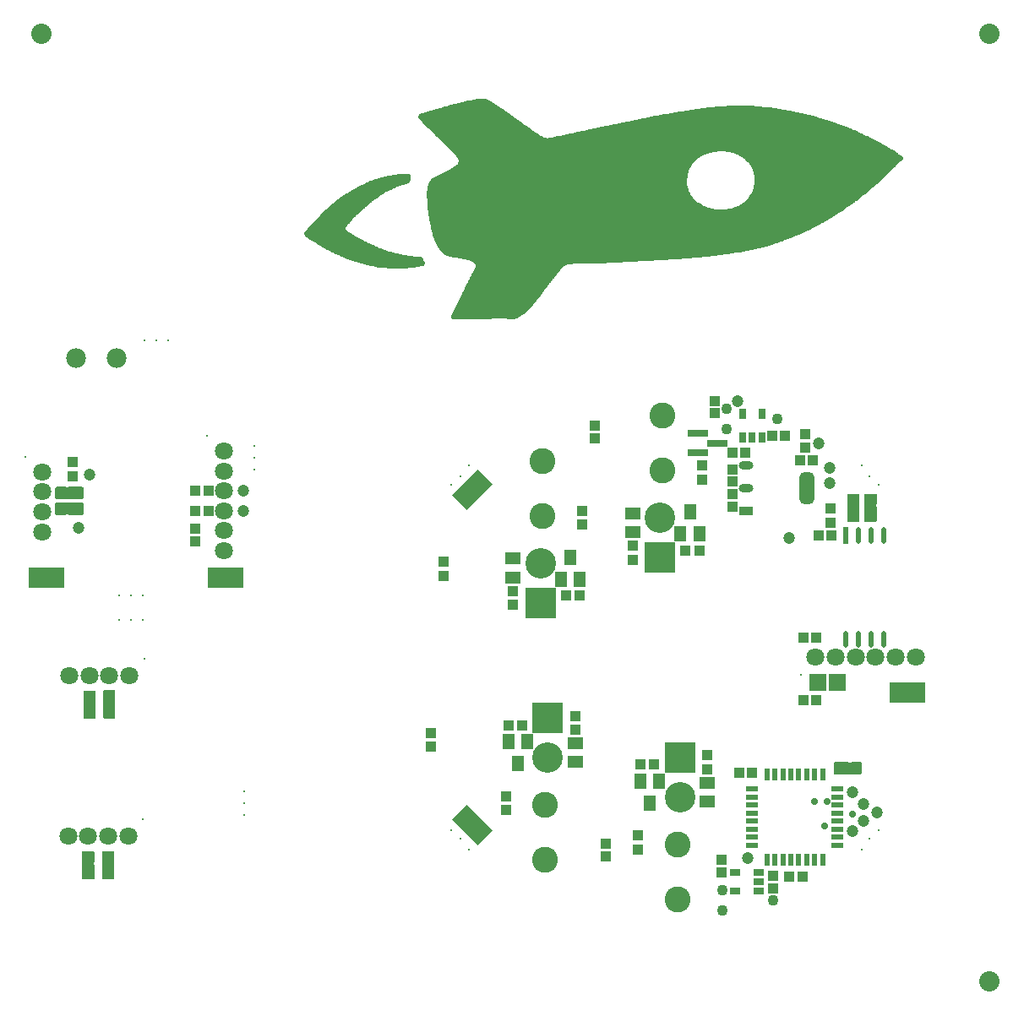
<source format=gbs>
G04*
G04 #@! TF.GenerationSoftware,Altium Limited,Altium Designer,25.8.1 (18)*
G04*
G04 Layer_Color=16711935*
%FSLAX44Y44*%
%MOMM*%
G71*
G04*
G04 #@! TF.SameCoordinates,668C74B0-1D1B-4F50-AB7C-E7AA2C44617E*
G04*
G04*
G04 #@! TF.FilePolarity,Negative*
G04*
G01*
G75*
%ADD29R,0.5421X1.6539*%
G04:AMPARAMS|DCode=31|XSize=1.4542mm|YSize=0.8821mm|CornerRadius=0.4411mm|HoleSize=0mm|Usage=FLASHONLY|Rotation=0.000|XOffset=0mm|YOffset=0mm|HoleType=Round|Shape=RoundedRectangle|*
%AMROUNDEDRECTD31*
21,1,1.4542,0.0000,0,0,0.0*
21,1,0.5720,0.8821,0,0,0.0*
1,1,0.8821,0.2860,0.0000*
1,1,0.8821,-0.2860,0.0000*
1,1,0.8821,-0.2860,0.0000*
1,1,0.8821,0.2860,0.0000*
%
%ADD31ROUNDEDRECTD31*%
G04:AMPARAMS|DCode=35|XSize=1.6539mm|YSize=0.5421mm|CornerRadius=0.2711mm|HoleSize=0mm|Usage=FLASHONLY|Rotation=90.000|XOffset=0mm|YOffset=0mm|HoleType=Round|Shape=RoundedRectangle|*
%AMROUNDEDRECTD35*
21,1,1.6539,0.0000,0,0,90.0*
21,1,1.1118,0.5421,0,0,90.0*
1,1,0.5421,0.0000,0.5559*
1,1,0.5421,0.0000,-0.5559*
1,1,0.5421,0.0000,-0.5559*
1,1,0.5421,0.0000,0.5559*
%
%ADD35ROUNDEDRECTD35*%
G04:AMPARAMS|DCode=38|XSize=1.4542mm|YSize=3.1821mm|CornerRadius=0.4435mm|HoleSize=0mm|Usage=FLASHONLY|Rotation=0.000|XOffset=0mm|YOffset=0mm|HoleType=Round|Shape=RoundedRectangle|*
%AMROUNDEDRECTD38*
21,1,1.4542,2.2951,0,0,0.0*
21,1,0.5671,3.1821,0,0,0.0*
1,1,0.8870,0.2836,-1.1476*
1,1,0.8870,-0.2836,-1.1476*
1,1,0.8870,-0.2836,1.1476*
1,1,0.8870,0.2836,1.1476*
%
%ADD38ROUNDEDRECTD38*%
%ADD43R,1.2000X0.5000*%
%ADD44R,0.5000X1.2000*%
%ADD46R,1.4542X0.8821*%
%ADD49R,2.8000X1.2000*%
%ADD50C,1.2032*%
%ADD52R,1.0032X1.0532*%
%ADD55R,1.1032X1.0032*%
%ADD56R,1.0532X1.0032*%
%ADD57R,1.0032X1.1032*%
G04:AMPARAMS|DCode=62|XSize=3.6532mm|YSize=2.0532mm|CornerRadius=0mm|HoleSize=0mm|Usage=FLASHONLY|Rotation=135.000|XOffset=0mm|YOffset=0mm|HoleType=Round|Shape=Rectangle|*
%AMROTATEDRECTD62*
4,1,4,2.0175,-0.5657,0.5657,-2.0175,-2.0175,0.5657,-0.5657,2.0175,2.0175,-0.5657,0.0*
%
%ADD62ROTATEDRECTD62*%

%ADD63R,0.7032X1.2032*%
%ADD65R,3.6532X2.0532*%
%ADD66R,1.7532X1.8032*%
G04:AMPARAMS|DCode=67|XSize=3.6532mm|YSize=2.0532mm|CornerRadius=0mm|HoleSize=0mm|Usage=FLASHONLY|Rotation=45.000|XOffset=0mm|YOffset=0mm|HoleType=Round|Shape=Rectangle|*
%AMROTATEDRECTD67*
4,1,4,-0.5657,-2.0175,-2.0175,-0.5657,0.5657,2.0175,2.0175,0.5657,-0.5657,-2.0175,0.0*
%
%ADD67ROTATEDRECTD67*%

%ADD68C,2.0320*%
%ADD69R,2.1032X0.8032*%
%ADD70C,1.9812*%
%ADD71R,3.0480X3.0480*%
%ADD72C,3.0480*%
%ADD73C,2.6032*%
%ADD74C,0.2032*%
%ADD75C,1.8032*%
%ADD76C,1.1032*%
%ADD77C,0.7032*%
%ADD109R,1.2000X2.8000*%
%ADD110R,1.1032X0.8032*%
%ADD111R,1.2032X1.6032*%
%ADD112R,1.6032X1.3032*%
%ADD113R,1.2032X0.7032*%
%ADD114R,0.8032X1.1032*%
G36*
X-255867Y484785D02*
X-255584Y484502D01*
X-254830Y483183D01*
X-254642Y481676D01*
X-254830Y480922D01*
X-255019Y480357D01*
X-255207Y478661D01*
X-256149Y476588D01*
X-257186Y475552D01*
X-257563Y475363D01*
X-259258Y474610D01*
X-260201Y474421D01*
X-261896Y473668D01*
X-263027Y473479D01*
X-264723Y472725D01*
X-266042Y472537D01*
X-267738Y471783D01*
X-268868Y471595D01*
X-270564Y470841D01*
X-271318Y470653D01*
X-271883Y470464D01*
X-272825Y469899D01*
X-273767Y469522D01*
X-274709Y468957D01*
X-275463Y468769D01*
X-275840Y468392D01*
X-277347Y467826D01*
X-277818Y467355D01*
X-278855Y467073D01*
X-279231Y466696D01*
X-281870Y465188D01*
X-282246Y465000D01*
X-282623Y464623D01*
X-283565Y464246D01*
X-283942Y463870D01*
X-284319Y463681D01*
X-286392Y462362D01*
X-287334Y461797D01*
X-287899Y461231D01*
X-289218Y460478D01*
X-290537Y459536D01*
X-291479Y458970D01*
X-291856Y458593D01*
X-292798Y458028D01*
X-293552Y457275D01*
X-293929Y457086D01*
X-294682Y456332D01*
X-295059Y456144D01*
X-295625Y455579D01*
X-296001Y455390D01*
X-296472Y454919D01*
X-297603Y454166D01*
X-297791Y453789D01*
X-298074Y453694D01*
X-298828Y452941D01*
X-299205Y452752D01*
X-300147Y451810D01*
X-300524Y451622D01*
X-300618Y451339D01*
X-300900Y451245D01*
X-301843Y450303D01*
X-302219Y450114D01*
X-303162Y449172D01*
X-303538Y448984D01*
X-306742Y445781D01*
X-307401Y445310D01*
X-307589Y444933D01*
X-307872Y444650D01*
X-308249Y444462D01*
X-308532Y444179D01*
X-308720Y443802D01*
X-309003Y443708D01*
X-309474Y443237D01*
X-309662Y442860D01*
X-309945Y442766D01*
X-310416Y442295D01*
X-310604Y441918D01*
X-310887Y441824D01*
X-311170Y441541D01*
X-311358Y441164D01*
X-313808Y438715D01*
X-313996Y438338D01*
X-315503Y436830D01*
X-315692Y436454D01*
X-316257Y435888D01*
X-316822Y434946D01*
X-317388Y434381D01*
X-317859Y433721D01*
X-318235Y433533D01*
X-318518Y433062D01*
X-318707Y432685D01*
X-319272Y432120D01*
X-319460Y431743D01*
X-320214Y430989D01*
X-320402Y429482D01*
X-318989Y428069D01*
X-318612Y427880D01*
X-318047Y427315D01*
X-317670Y427127D01*
X-317105Y426561D01*
X-316728Y426373D01*
X-314655Y425054D01*
X-312960Y424112D01*
X-312583Y423735D01*
X-311641Y423358D01*
X-311170Y422887D01*
X-309945Y422416D01*
X-309474Y421945D01*
X-308249Y421474D01*
X-307778Y421003D01*
X-306553Y420532D01*
X-306176Y420155D01*
X-305234Y419778D01*
X-304292Y419213D01*
X-303915Y419024D01*
X-302973Y418647D01*
X-302596Y418270D01*
X-302219Y418082D01*
X-301277Y417705D01*
X-300335Y417140D01*
X-299393Y416763D01*
X-299016Y416386D01*
X-298263Y416198D01*
X-297320Y415633D01*
X-296943Y415444D01*
X-296001Y415067D01*
X-295059Y414502D01*
X-290914Y412618D01*
X-290160Y412429D01*
X-289783Y412052D01*
X-288841Y411676D01*
X-288088Y411487D01*
X-287805Y411205D01*
X-286015Y410545D01*
X-285638Y410168D01*
X-284884Y409980D01*
X-283188Y409226D01*
X-282435Y409038D01*
X-281116Y408661D01*
X-280739Y408284D01*
X-279608Y408096D01*
X-278289Y407530D01*
X-276594Y407153D01*
X-275746Y406871D01*
X-274804Y406494D01*
X-273013Y406211D01*
X-271789Y405740D01*
X-270564Y405458D01*
X-269245Y405269D01*
X-268491Y405081D01*
X-267549Y404704D01*
X-265665Y404515D01*
X-264911Y404327D01*
X-263875Y404044D01*
X-261802Y403668D01*
X-259918Y403479D01*
X-258410Y403102D01*
X-257468Y402914D01*
X-255961Y402725D01*
X-253888Y402537D01*
X-250497Y401972D01*
X-248047Y401783D01*
X-244561Y401501D01*
X-243808Y401312D01*
X-243337Y400653D01*
X-242583Y399334D01*
X-242394Y398580D01*
X-241923Y398109D01*
X-241641Y397073D01*
X-240887Y395942D01*
X-240699Y394623D01*
X-240887Y393870D01*
X-241170Y393775D01*
X-241546Y393398D01*
X-242489Y392833D01*
X-243525Y392362D01*
X-244938Y392079D01*
X-246257Y391891D01*
X-247293Y391608D01*
X-248047Y391420D01*
X-249178Y391231D01*
X-251439Y391043D01*
X-252569Y390855D01*
X-253983Y390572D01*
X-254548Y390384D01*
X-260577Y390195D01*
X-261143Y390007D01*
X-269056Y389818D01*
X-274332Y390007D01*
X-276217Y390195D01*
X-281493Y390384D01*
X-282246Y390572D01*
X-283565Y390760D01*
X-284131Y390949D01*
X-286768Y391137D01*
X-289407Y391514D01*
X-290349Y391891D01*
X-292610Y392079D01*
X-293363Y392268D01*
X-294682Y392645D01*
X-295248Y392833D01*
X-297132Y393022D01*
X-299299Y393681D01*
X-301089Y393964D01*
X-301937Y394246D01*
X-303162Y394717D01*
X-304480Y394906D01*
X-305328Y395188D01*
X-306553Y395659D01*
X-307872Y395848D01*
X-308909Y396319D01*
X-310887Y396790D01*
X-311829Y397355D01*
X-313148Y397544D01*
X-314844Y398298D01*
X-315598Y398486D01*
X-317293Y399240D01*
X-318047Y399428D01*
X-319743Y400182D01*
X-321062Y400559D01*
X-321439Y400935D01*
X-322192Y401124D01*
X-323511Y401689D01*
X-324454Y402066D01*
X-326526Y403008D01*
X-327280Y403196D01*
X-327563Y403479D01*
X-328787Y403950D01*
X-330012Y404610D01*
X-331049Y404892D01*
X-331614Y405458D01*
X-332367Y405646D01*
X-333592Y406306D01*
X-334817Y406777D01*
X-335194Y407153D01*
X-335571Y407342D01*
X-336513Y407719D01*
X-336984Y408190D01*
X-338020Y408472D01*
X-338397Y408849D01*
X-341600Y410545D01*
X-342919Y411299D01*
X-344615Y412241D01*
X-344992Y412618D01*
X-345369Y412806D01*
X-346311Y413183D01*
X-346688Y413560D01*
X-347065Y413748D01*
X-348007Y414125D01*
X-348949Y414691D01*
X-349326Y415067D01*
X-351021Y416009D01*
X-352341Y416763D01*
X-353660Y417705D01*
X-354978Y418459D01*
X-355355Y418836D01*
X-357993Y420343D01*
X-358088Y420626D01*
X-358559Y420909D01*
X-358935Y421097D01*
X-360914Y423075D01*
X-361102Y423452D01*
X-361762Y423546D01*
X-361856Y426279D01*
X-361102Y426467D01*
X-360914Y426844D01*
X-360160Y427598D01*
X-359972Y427974D01*
X-359218Y428728D01*
X-359030Y429105D01*
X-358088Y430047D01*
X-357899Y430424D01*
X-357522Y430612D01*
X-357334Y430989D01*
X-355638Y432685D01*
X-355449Y433062D01*
X-353000Y435511D01*
X-352812Y435888D01*
X-350927Y437773D01*
X-350739Y438149D01*
X-350362Y438338D01*
X-350174Y438715D01*
X-348289Y440599D01*
X-348101Y440976D01*
X-345463Y443614D01*
X-345275Y443991D01*
X-344992Y444085D01*
X-344709Y444367D01*
X-344521Y444744D01*
X-344238Y445027D01*
X-343861Y445215D01*
X-343484Y445781D01*
X-343108Y445969D01*
X-342825Y446252D01*
X-342637Y446628D01*
X-342071Y447005D01*
X-341883Y447382D01*
X-341129Y447948D01*
X-340941Y448324D01*
X-340658Y448607D01*
X-340281Y448795D01*
X-339528Y449549D01*
X-339151Y449738D01*
X-337832Y451057D01*
X-337455Y451245D01*
X-336324Y452375D01*
X-335947Y452564D01*
X-334440Y454071D01*
X-334063Y454260D01*
X-333686Y454637D01*
X-333592Y454731D01*
X-333310Y455014D01*
X-332933Y455202D01*
X-332179Y455956D01*
X-331802Y456144D01*
X-331520Y456427D01*
X-329164Y458217D01*
X-327468Y459536D01*
X-327091Y459724D01*
X-326715Y460101D01*
X-325773Y460666D01*
X-325207Y461231D01*
X-324830Y461420D01*
X-322946Y462551D01*
X-322381Y463116D01*
X-321816Y463304D01*
X-321062Y464058D01*
X-320308Y464246D01*
X-319743Y464812D01*
X-318801Y465188D01*
X-318424Y465565D01*
X-317105Y466319D01*
X-316728Y466696D01*
X-316163Y466884D01*
X-315786Y467261D01*
X-314467Y468015D01*
X-314090Y468392D01*
X-313713Y468580D01*
X-312771Y468957D01*
X-312394Y469334D01*
X-311452Y469711D01*
X-310322Y470464D01*
X-309568Y470653D01*
X-309097Y471124D01*
X-307872Y471595D01*
X-307401Y472066D01*
X-306176Y472537D01*
X-305800Y472914D01*
X-304857Y473291D01*
X-304292Y473479D01*
X-303350Y474044D01*
X-299205Y475929D01*
X-297886Y476494D01*
X-296943Y476871D01*
X-295342Y477530D01*
X-294305Y477813D01*
X-292610Y478567D01*
X-291856Y478755D01*
X-290537Y479320D01*
X-289030Y479697D01*
X-287993Y480168D01*
X-286015Y480639D01*
X-284696Y481205D01*
X-283942Y481393D01*
X-282623Y481581D01*
X-281304Y482147D01*
X-279797Y482335D01*
X-278289Y482712D01*
X-277724Y482900D01*
X-275934Y483183D01*
X-274427Y483372D01*
X-272919Y483748D01*
X-271977Y483937D01*
X-269904Y484125D01*
X-267643Y484314D01*
X-265665Y484596D01*
X-265100Y484785D01*
X-256621Y484973D01*
X-255867Y484785D01*
D02*
G37*
G36*
X-178612Y559966D02*
X-178141Y559495D01*
X-176917Y559024D01*
X-176446Y558553D01*
X-175221Y558082D01*
X-174844Y557705D01*
X-174467Y557517D01*
X-172394Y556198D01*
X-171075Y555444D01*
X-170699Y555067D01*
X-169380Y554314D01*
X-168061Y553372D01*
X-166742Y552618D01*
X-166176Y552052D01*
X-165611Y551864D01*
X-165046Y551299D01*
X-164104Y550922D01*
X-163727Y550545D01*
X-162691Y549886D01*
X-161183Y548943D01*
X-160995Y548567D01*
X-160147Y548096D01*
X-159770Y547907D01*
X-159393Y547530D01*
X-158734Y547248D01*
X-157697Y546400D01*
X-157320Y546211D01*
X-157226Y545929D01*
X-156190Y545458D01*
X-155625Y544892D01*
X-155248Y544704D01*
X-154871Y544327D01*
X-153929Y543762D01*
X-153552Y543385D01*
X-152610Y542820D01*
X-152233Y542443D01*
X-151291Y541878D01*
X-150914Y541501D01*
X-149972Y540935D01*
X-149595Y540559D01*
X-148653Y539993D01*
X-148276Y539616D01*
X-147334Y539051D01*
X-146957Y538674D01*
X-145921Y538015D01*
X-144884Y537167D01*
X-143565Y536225D01*
X-142623Y535659D01*
X-142058Y535094D01*
X-141116Y534529D01*
X-140739Y534152D01*
X-140362Y533964D01*
X-138478Y532645D01*
X-137159Y531891D01*
X-136782Y531514D01*
X-135840Y530949D01*
X-135463Y530572D01*
X-134521Y530007D01*
X-131883Y528122D01*
X-130941Y527557D01*
X-130564Y527180D01*
X-129245Y526427D01*
X-128680Y525861D01*
X-128114Y525673D01*
X-127361Y524919D01*
X-126607Y524731D01*
X-126042Y524166D01*
X-125100Y523789D01*
X-124534Y523223D01*
X-123592Y522847D01*
X-123215Y522470D01*
X-122273Y521904D01*
X-121896Y521716D01*
X-121519Y521339D01*
X-120012Y521151D01*
X-119070Y520774D01*
X-117751Y520586D01*
X-116715Y520868D01*
X-115490Y521151D01*
X-113606Y521339D01*
X-112852Y521528D01*
X-111910Y521904D01*
X-109837Y522093D01*
X-108330Y522470D01*
X-107293Y522752D01*
X-105126Y523035D01*
X-104373Y523223D01*
X-103336Y523506D01*
X-102583Y523694D01*
X-100416Y523977D01*
X-99662Y524166D01*
X-98626Y524448D01*
X-97213Y524731D01*
X-95894Y524919D01*
X-95140Y525108D01*
X-94292Y525390D01*
X-92690Y525673D01*
X-91371Y525861D01*
X-90618Y526050D01*
X-89676Y526427D01*
X-87791Y526615D01*
X-87038Y526804D01*
X-85436Y527275D01*
X-83646Y527557D01*
X-82327Y527746D01*
X-81385Y528122D01*
X-78935Y528499D01*
X-78182Y528688D01*
X-76297Y529253D01*
X-74413Y529441D01*
X-73660Y529630D01*
X-72717Y530007D01*
X-70079Y530384D01*
X-69326Y530572D01*
X-68384Y530949D01*
X-66499Y531137D01*
X-65746Y531326D01*
X-64144Y531797D01*
X-61977Y532079D01*
X-60375Y532551D01*
X-59339Y532833D01*
X-56701Y533210D01*
X-55759Y533587D01*
X-55005Y533775D01*
X-53121Y533964D01*
X-51519Y534435D01*
X-50106Y534717D01*
X-48787Y534906D01*
X-47186Y535377D01*
X-46244Y535565D01*
X-44736Y535754D01*
X-43794Y535942D01*
X-42852Y536319D01*
X-40685Y536602D01*
X-39931Y536790D01*
X-38330Y537261D01*
X-35974Y537544D01*
X-35221Y537732D01*
X-34279Y538109D01*
X-32583Y538298D01*
X-31829Y538486D01*
X-30510Y538674D01*
X-29568Y539051D01*
X-28061Y539240D01*
X-26742Y539428D01*
X-25988Y539616D01*
X-25046Y539993D01*
X-22973Y540182D01*
X-21466Y540559D01*
X-20429Y540841D01*
X-17132Y541312D01*
X-16190Y541689D01*
X-15059Y541878D01*
X-12421Y542254D01*
X-10820Y542725D01*
X-9124Y542914D01*
X-7993Y543102D01*
X-7240Y543291D01*
X-5261Y543762D01*
X-3377Y543950D01*
X-1775Y544421D01*
X-174Y544704D01*
X1711Y544892D01*
X2747Y545175D01*
X4820Y545552D01*
X6704Y545740D01*
X8965Y546306D01*
X11697Y546588D01*
X13205Y546965D01*
X13770Y547153D01*
X15466Y547342D01*
X18104Y547719D01*
X19046Y548096D01*
X21118Y548284D01*
X23662Y548567D01*
X25170Y548943D01*
X26300Y549132D01*
X28750Y549320D01*
X29880Y549509D01*
X31388Y549886D01*
X32895Y550074D01*
X34968Y550262D01*
X36098Y550451D01*
X37606Y550828D01*
X39867Y551016D01*
X42505Y551205D01*
X44295Y551487D01*
X44860Y551676D01*
X48911Y551958D01*
X50984Y552147D01*
X53904Y552429D01*
X54470Y552618D01*
X61253Y552806D01*
X61818Y552995D01*
X73501Y553183D01*
X74066Y553372D01*
X78117Y553277D01*
X81697Y553089D01*
X87727Y552900D01*
X92437Y552712D01*
X94133Y552524D01*
X95641Y552335D01*
X99974Y551958D01*
X102612Y551770D01*
X103743Y551581D01*
X105627Y551205D01*
X109773Y550828D01*
X110715Y550639D01*
X112316Y550357D01*
X113070Y550168D01*
X115520Y549980D01*
X116839Y549603D01*
X117404Y549414D01*
X119476Y549226D01*
X121737Y548849D01*
X122680Y548472D01*
X125129Y548284D01*
X125883Y548096D01*
X127485Y547625D01*
X129651Y547342D01*
X131253Y546871D01*
X132007Y546682D01*
X133985Y546400D01*
X135587Y545929D01*
X136341Y545740D01*
X137848Y545552D01*
X138790Y545363D01*
X139732Y544987D01*
X140768Y544704D01*
X142087Y544515D01*
X143124Y544044D01*
X144725Y543762D01*
X145479Y543573D01*
X146798Y543008D01*
X148682Y542820D01*
X150567Y542066D01*
X151886Y541878D01*
X153205Y541312D01*
X154335Y541124D01*
X155089Y540935D01*
X156408Y540370D01*
X157538Y540182D01*
X158292Y539993D01*
X159328Y539522D01*
X160742Y539240D01*
X161495Y539051D01*
X162532Y538580D01*
X163945Y538298D01*
X165546Y537638D01*
X166960Y537355D01*
X167902Y536790D01*
X170163Y536225D01*
X170445Y535942D01*
X171482Y535659D01*
X172801Y535283D01*
X173083Y535000D01*
X174120Y534717D01*
X174874Y534529D01*
X175910Y534058D01*
X176946Y533775D01*
X178265Y533210D01*
X178642Y533022D01*
X179396Y532833D01*
X181091Y532079D01*
X182411Y531703D01*
X182787Y531326D01*
X184483Y530949D01*
X184860Y530572D01*
X185520Y530289D01*
X186744Y530007D01*
X187027Y529724D01*
X188252Y529253D01*
X189005Y529065D01*
X189382Y528688D01*
X190136Y528499D01*
X196354Y525673D01*
X197108Y525485D01*
X197484Y525108D01*
X198427Y524731D01*
X199180Y524542D01*
X199651Y524071D01*
X200688Y523789D01*
X201630Y523223D01*
X202195Y523035D01*
X203137Y522658D01*
X203514Y522470D01*
X203797Y522187D01*
X204833Y521904D01*
X205304Y521433D01*
X206529Y520962D01*
X206906Y520586D01*
X207283Y520397D01*
X208602Y519832D01*
X215385Y516252D01*
X217081Y515310D01*
X218400Y514556D01*
X220096Y513614D01*
X220472Y513237D01*
X221415Y512860D01*
X221886Y512389D01*
X223110Y511918D01*
X223676Y511353D01*
X223864D01*
X224618Y510976D01*
X226314Y510034D01*
X226690Y509657D01*
X227633Y509280D01*
X228009Y508903D01*
X229328Y508149D01*
X230647Y507207D01*
X231966Y506454D01*
X232061Y506171D01*
X233285Y505512D01*
X233379Y505229D01*
X234604Y504569D01*
X235546Y504004D01*
X236112Y503439D01*
X237431Y502685D01*
X238467Y502026D01*
X238750Y501366D01*
X238467Y500330D01*
X235829Y497692D01*
X235641Y497315D01*
X235358Y497221D01*
X235075Y496938D01*
X234887Y496561D01*
X232249Y493923D01*
X232061Y493546D01*
X231778Y493452D01*
X231495Y493170D01*
X231307Y492793D01*
X230742Y492416D01*
X230271Y491756D01*
X229894Y491568D01*
X229611Y491285D01*
X229423Y490909D01*
X228857Y490532D01*
X228669Y490155D01*
X228386Y489872D01*
X228009Y489684D01*
X227633Y489118D01*
X227256Y488930D01*
X226973Y488647D01*
X226785Y488271D01*
X226219Y487894D01*
X225748Y487234D01*
X225371Y487046D01*
X225089Y486763D01*
X224900Y486386D01*
X224618Y486292D01*
X224147Y485821D01*
X223958Y485444D01*
X223676Y485350D01*
X223205Y484879D01*
X223016Y484502D01*
X222733Y484408D01*
X220096Y481770D01*
X219719Y481581D01*
X217458Y479320D01*
X217081Y479132D01*
X215196Y477248D01*
X214820Y477059D01*
X213312Y475552D01*
X212935Y475363D01*
X211993Y474421D01*
X211616Y474233D01*
X211428Y473856D01*
X211051Y473668D01*
X210109Y472725D01*
X209732Y472537D01*
X209167Y471972D01*
X208790Y471783D01*
X208036Y471030D01*
X207659Y470841D01*
X206717Y469899D01*
X206341Y469711D01*
X205021Y468392D01*
X204362Y467921D01*
X203326Y467073D01*
X202949Y466884D01*
X202384Y466319D01*
X202007Y466131D01*
X201441Y465565D01*
X201065Y465377D01*
X200311Y464623D01*
X199934Y464435D01*
X199180Y463681D01*
X198804Y463493D01*
X198427Y463116D01*
X197390Y462456D01*
X196260Y461514D01*
X196071Y461137D01*
X195600Y460855D01*
X195223Y460666D01*
X194658Y460101D01*
X194281Y459912D01*
X192868Y458876D01*
X191832Y458028D01*
X191455Y457840D01*
X191078Y457463D01*
X190701Y457275D01*
X190324Y456898D01*
X189382Y456332D01*
X188629Y455579D01*
X188252Y455390D01*
X187875Y455014D01*
X186933Y454448D01*
X186556Y454071D01*
X185614Y453506D01*
X185237Y453129D01*
X184295Y452564D01*
X183918Y452187D01*
X182599Y451433D01*
X181280Y450491D01*
X180338Y449926D01*
X179961Y449549D01*
X179019Y448984D01*
X178642Y448607D01*
X177323Y447853D01*
X176004Y446911D01*
X174685Y446157D01*
X174308Y445781D01*
X172989Y445027D01*
X172047Y444462D01*
X171670Y444085D01*
X169032Y442577D01*
X168467Y442012D01*
X167713Y441824D01*
X166960Y441070D01*
X166206Y440882D01*
X165641Y440316D01*
X165264Y440128D01*
X164322Y439751D01*
X163945Y439374D01*
X163003Y438997D01*
X162532Y438526D01*
X161307Y438055D01*
X160930Y437678D01*
X159611Y436925D01*
X157915Y435983D01*
X156596Y435229D01*
X154900Y434287D01*
X153958Y433721D01*
X153016Y433345D01*
X151320Y432402D01*
X150378Y431837D01*
X149813Y431649D01*
X148117Y430707D01*
X143406Y428257D01*
X142653Y428069D01*
X142182Y427598D01*
X141145Y427315D01*
X140203Y426750D01*
X139826Y426561D01*
X137754Y425619D01*
X136812Y425242D01*
X136152Y424771D01*
X134927Y424489D01*
X134551Y424112D01*
X133608Y423735D01*
X132289Y423170D01*
X131347Y422793D01*
X130594Y422604D01*
X130217Y422228D01*
X129463Y422039D01*
X127767Y421285D01*
X127390Y421097D01*
X126071Y420720D01*
X125695Y420343D01*
X124941Y420155D01*
X123245Y419401D01*
X122303Y419213D01*
X121361Y418836D01*
X121078Y418553D01*
X119665Y418270D01*
X118723Y417894D01*
X118440Y417611D01*
X117215Y417328D01*
X115520Y416575D01*
X114012Y416198D01*
X113635Y415821D01*
X112505Y415633D01*
X110809Y414879D01*
X109490Y414691D01*
X107794Y413937D01*
X106664Y413748D01*
X105910Y413560D01*
X104874Y413089D01*
X103649Y412806D01*
X102895Y412618D01*
X102047Y412147D01*
X100257Y411864D01*
X98938Y411299D01*
X97619Y411110D01*
X96865Y410922D01*
X95264Y410451D01*
X94227Y410168D01*
X92908Y409980D01*
X91589Y409414D01*
X90082Y409226D01*
X89328Y409038D01*
X87727Y408567D01*
X85372Y408284D01*
X84618Y408096D01*
X83581Y407813D01*
X82828Y407625D01*
X80472Y407342D01*
X79719Y407153D01*
X78777Y406777D01*
X74537Y406306D01*
X73030Y405929D01*
X72087Y405740D01*
X69638Y405552D01*
X68507Y405363D01*
X67000Y404987D01*
X65869Y404798D01*
X63608Y404610D01*
X62478Y404421D01*
X60970Y404044D01*
X58898Y403856D01*
X56260Y403668D01*
X55129Y403479D01*
X53057Y403102D01*
X50607Y402914D01*
X48723Y402725D01*
X47592Y402537D01*
X46650Y402349D01*
X44295Y402066D01*
X41280Y401878D01*
X38736Y401595D01*
X37606Y401407D01*
X35721Y401218D01*
X32141Y401030D01*
X30069Y400841D01*
X27619Y400464D01*
X25546Y400276D01*
X20836Y400088D01*
X18763Y399899D01*
X17256Y399711D01*
X15560Y399522D01*
X12168Y399334D01*
X8211Y399145D01*
X5950Y398957D01*
X4254Y398769D01*
X1993Y398580D01*
X-2906Y398392D01*
X-6863Y398203D01*
X-9124Y398015D01*
X-13835Y397638D01*
X-20052Y397449D01*
X-23821Y397261D01*
X-26082Y397073D01*
X-28155Y396884D01*
X-31358Y396696D01*
X-38141Y396507D01*
X-41721Y396319D01*
X-44171Y396131D01*
X-46244Y395942D01*
X-49824Y395754D01*
X-56419Y395565D01*
X-61600Y395283D01*
X-62166Y395094D01*
X-83834Y394906D01*
X-91937Y394717D01*
X-94480Y394435D01*
X-95423Y394246D01*
X-97590Y393964D01*
X-98343Y393775D01*
X-99285Y393398D01*
X-99662Y393210D01*
X-100981Y392645D01*
X-101923Y392079D01*
X-103902Y390101D01*
X-104090Y389724D01*
X-105032Y388782D01*
X-105221Y388405D01*
X-105974Y387651D01*
X-106163Y387275D01*
X-106917Y386521D01*
X-107105Y386144D01*
X-107670Y385579D01*
X-107859Y385202D01*
X-108612Y384448D01*
X-108801Y384071D01*
X-109366Y383506D01*
X-109555Y383129D01*
X-110120Y382564D01*
X-110685Y381622D01*
X-111250Y381057D01*
X-111439Y380680D01*
X-112192Y379926D01*
X-112381Y379549D01*
X-112758Y379172D01*
X-113323Y378230D01*
X-113888Y377665D01*
X-114077Y377288D01*
X-114642Y376723D01*
X-115207Y375781D01*
X-115773Y375215D01*
X-115961Y374838D01*
X-116338Y374462D01*
X-116903Y373520D01*
X-117657Y372766D01*
X-117845Y372389D01*
X-118222Y372012D01*
X-118882Y370976D01*
X-119729Y369939D01*
X-119918Y369563D01*
X-120201Y369468D01*
X-120483Y368809D01*
X-120860Y368432D01*
X-121425Y367490D01*
X-121802Y367113D01*
X-122367Y366171D01*
X-122744Y365794D01*
X-123310Y364852D01*
X-123686Y364475D01*
X-124252Y363533D01*
X-124817Y362968D01*
X-125005Y362591D01*
X-125759Y361837D01*
X-125948Y361460D01*
X-126324Y361083D01*
X-126890Y360141D01*
X-127455Y359576D01*
X-127643Y359199D01*
X-128397Y358446D01*
X-128586Y358069D01*
X-129528Y357127D01*
X-129716Y356750D01*
X-129999Y356656D01*
X-130470Y355996D01*
X-130658Y355619D01*
X-131223Y355054D01*
X-131412Y354677D01*
X-132165Y353923D01*
X-132354Y353546D01*
X-133861Y352039D01*
X-134050Y351662D01*
X-134615Y351285D01*
X-134803Y350909D01*
X-136499Y349213D01*
X-136688Y348836D01*
X-137630Y347894D01*
X-137818Y347517D01*
X-139232Y346104D01*
X-139608Y345915D01*
X-140362Y345162D01*
X-140739Y344973D01*
X-141493Y344219D01*
X-141869Y344031D01*
X-142152Y343748D01*
X-143188Y342900D01*
X-144507Y342147D01*
X-144979Y341676D01*
X-146203Y341205D01*
X-146674Y340733D01*
X-147711Y340451D01*
X-148653Y339886D01*
X-150349Y339509D01*
X-151102Y339320D01*
X-152044Y338943D01*
X-155625Y338755D01*
X-156944Y338943D01*
X-157886Y339320D01*
X-159393Y339509D01*
X-159958Y339697D01*
X-169285Y339603D01*
X-179083Y339415D01*
X-186526Y339132D01*
X-187092Y338943D01*
X-211775Y338755D01*
X-212717Y339132D01*
X-213094Y339509D01*
X-213471Y339697D01*
X-214131Y340357D01*
X-214319Y342618D01*
X-213942Y343560D01*
X-213565Y343937D01*
X-213377Y344690D01*
X-212812Y345633D01*
X-212435Y346575D01*
X-211870Y347517D01*
X-211681Y347894D01*
X-211304Y348836D01*
X-210739Y349778D01*
X-210362Y350720D01*
X-209797Y351662D01*
X-209608Y352416D01*
X-209231Y352793D01*
X-203390Y364664D01*
X-203202Y365229D01*
X-201695Y368055D01*
X-201318Y368997D01*
X-200752Y369939D01*
X-200375Y370882D01*
X-199810Y371824D01*
X-199622Y372577D01*
X-199245Y372954D01*
X-198680Y374462D01*
X-198303Y374838D01*
X-197738Y376346D01*
X-197361Y376723D01*
X-197172Y377477D01*
X-196324Y378890D01*
X-196042Y379926D01*
X-195476Y380491D01*
X-195288Y381245D01*
X-194534Y382375D01*
X-194346Y383129D01*
X-193781Y384071D01*
X-193592Y384448D01*
X-193215Y385390D01*
X-192650Y386333D01*
X-192273Y387275D01*
X-191708Y388217D01*
X-191331Y389159D01*
X-190766Y390101D01*
X-190577Y390855D01*
X-190012Y391420D01*
X-189824Y392739D01*
X-190012Y394058D01*
X-190577Y394623D01*
X-190766Y395000D01*
X-191237Y395471D01*
X-191614Y395659D01*
X-192273Y396319D01*
X-193498Y396790D01*
X-193875Y397167D01*
X-194817Y397544D01*
X-196419Y398203D01*
X-198020Y398486D01*
X-199056Y398769D01*
X-199999Y399145D01*
X-202354Y399428D01*
X-203673Y399805D01*
X-204238Y399993D01*
X-206122Y400182D01*
X-208666Y400464D01*
X-209891Y400747D01*
X-210456Y400935D01*
X-212717Y401124D01*
X-214036Y401312D01*
X-215638Y401783D01*
X-217805Y402254D01*
X-218182Y402631D01*
X-219689Y403196D01*
X-220066Y403573D01*
X-221008Y403950D01*
X-221573Y404515D01*
X-221950Y404704D01*
X-222704Y405458D01*
X-223081Y405646D01*
X-223458Y406211D01*
X-223834Y406400D01*
X-224305Y406871D01*
X-224494Y407248D01*
X-224871Y407436D01*
X-225342Y408096D01*
X-225719Y408284D01*
X-226378Y409320D01*
X-227132Y410639D01*
X-227509Y411016D01*
X-228263Y412335D01*
X-228828Y413277D01*
X-229016Y414031D01*
X-229487Y414502D01*
X-229770Y415727D01*
X-230335Y416292D01*
X-230524Y417046D01*
X-231277Y418742D01*
X-231466Y419495D01*
X-231842Y420814D01*
X-232219Y421191D01*
X-232408Y422322D01*
X-232596Y423075D01*
X-233162Y424394D01*
X-233350Y425902D01*
X-233538Y426656D01*
X-234009Y427880D01*
X-234292Y430424D01*
X-234763Y431649D01*
X-235046Y432685D01*
X-235423Y435323D01*
X-235800Y436265D01*
X-235988Y438149D01*
X-236176Y438903D01*
X-236365Y440222D01*
X-236742Y441164D01*
X-236930Y443049D01*
X-237213Y445592D01*
X-237401Y446346D01*
X-237589Y447288D01*
X-237778Y448795D01*
X-237966Y451245D01*
X-238249Y453977D01*
X-238437Y454542D01*
X-238626Y465848D01*
X-238343Y468392D01*
X-238061Y470182D01*
X-237872Y470935D01*
X-237684Y472820D01*
X-237213Y474044D01*
X-237024Y474798D01*
X-236742Y476023D01*
X-236271Y476494D01*
X-235800Y477719D01*
X-235423Y478096D01*
X-234763Y479132D01*
X-234386Y479320D01*
X-233444Y480262D01*
X-232879Y480451D01*
X-232219Y481110D01*
X-230995Y481581D01*
X-230524Y482052D01*
X-229299Y482524D01*
X-228922Y482900D01*
X-228545Y483089D01*
X-226472Y484031D01*
X-225530Y484408D01*
X-224588Y484973D01*
X-223834Y485162D01*
X-223458Y485538D01*
X-222516Y485915D01*
X-221762Y486104D01*
X-221385Y486480D01*
X-220443Y486857D01*
X-219877Y487046D01*
X-219501Y487234D01*
X-219218Y487517D01*
X-218182Y487799D01*
X-217711Y488271D01*
X-216486Y488742D01*
X-216015Y489213D01*
X-214790Y489684D01*
X-214225Y490249D01*
X-213471Y490437D01*
X-213094Y490814D01*
X-212152Y491380D01*
X-211587Y491945D01*
X-211210Y492133D01*
X-210645Y492699D01*
X-210268Y492887D01*
X-209514Y493641D01*
X-209137Y493829D01*
X-208760Y494206D01*
X-207913Y495242D01*
X-207724Y495619D01*
X-207253Y496090D01*
X-206970Y497503D01*
X-206782Y498069D01*
X-206970Y498822D01*
X-207159Y500141D01*
X-207536Y500518D01*
X-208101Y501460D01*
X-208666Y502026D01*
X-208855Y502402D01*
X-209420Y502968D01*
X-209608Y503345D01*
X-210550Y504287D01*
X-210739Y504664D01*
X-214131Y508055D01*
X-214319Y508432D01*
X-214602Y508715D01*
X-214979Y508903D01*
X-215073Y509186D01*
X-217051Y511164D01*
X-217711Y511635D01*
X-217899Y512012D01*
X-218182Y512295D01*
X-218559Y512483D01*
X-223646Y517571D01*
X-224023Y517759D01*
X-224400Y518324D01*
X-224777Y518513D01*
X-227603Y521339D01*
X-227980Y521528D01*
X-228168Y521904D01*
X-228545Y522093D01*
X-230429Y523977D01*
X-230806Y524166D01*
X-235328Y528688D01*
X-235705Y528876D01*
X-235800Y529159D01*
X-236271Y529630D01*
X-236647Y529818D01*
X-236742Y530101D01*
X-237024Y530384D01*
X-237401Y530572D01*
X-237778Y531137D01*
X-238437Y531608D01*
X-238626Y531985D01*
X-239191Y532362D01*
X-239662Y533022D01*
X-240039Y533210D01*
X-241264Y534435D01*
X-241452Y534812D01*
X-242017Y535188D01*
X-242206Y535565D01*
X-242960Y536319D01*
X-243148Y536696D01*
X-244090Y537638D01*
X-244279Y538015D01*
X-244844Y538580D01*
X-245315Y539240D01*
X-245692Y539428D01*
X-245974Y539899D01*
X-246163Y540276D01*
X-246728Y540841D01*
X-247011Y541501D01*
X-247482Y542725D01*
X-247293Y543479D01*
X-246917Y543856D01*
X-246728Y544233D01*
X-246446Y544515D01*
X-245692Y544704D01*
X-244561Y545458D01*
X-243431Y545646D01*
X-242677Y545835D01*
X-241641Y546306D01*
X-239851Y546588D01*
X-238626Y547059D01*
X-237589Y547342D01*
X-236836Y547530D01*
X-235517Y548096D01*
X-233915Y548378D01*
X-232879Y548661D01*
X-232502Y549038D01*
X-230995Y549226D01*
X-229299Y549980D01*
X-227791Y550168D01*
X-226472Y550733D01*
X-224777Y551110D01*
X-223740Y551393D01*
X-222516Y551864D01*
X-221196Y552052D01*
X-219877Y552618D01*
X-218559Y552806D01*
X-217805Y552995D01*
X-216486Y553560D01*
X-214979Y553748D01*
X-214225Y553937D01*
X-213188Y554408D01*
X-211398Y554691D01*
X-210362Y554973D01*
X-209420Y555350D01*
X-207442Y555633D01*
X-206217Y556104D01*
X-205180Y556386D01*
X-203861Y556575D01*
X-202825Y556857D01*
X-201600Y557328D01*
X-199716Y557517D01*
X-198397Y558082D01*
X-196890Y558270D01*
X-195571Y558459D01*
X-194534Y558742D01*
X-192556Y559213D01*
X-190672Y559401D01*
X-189729Y559778D01*
X-187845Y559966D01*
X-187280Y560155D01*
X-181816Y560343D01*
X-178612Y559966D01*
D02*
G37*
G36*
X-600750Y171018D02*
X-600617Y171009D01*
X-600486Y170983D01*
X-600454Y170972D01*
X-600360Y170940D01*
X-600241Y170882D01*
X-600130Y170807D01*
X-600030Y170720D01*
X-595030Y165720D01*
X-595030Y165720D01*
X-594942Y165620D01*
X-594868Y165509D01*
X-594809Y165390D01*
X-594767Y165264D01*
X-594740Y165133D01*
X-594732Y165000D01*
D01*
Y165000D01*
X-594740Y164867D01*
X-594767Y164736D01*
X-594809Y164610D01*
X-594838Y164551D01*
X-594868Y164491D01*
X-594942Y164380D01*
X-595030Y164280D01*
X-600030Y159280D01*
X-600030D01*
Y159280D01*
X-600042Y159269D01*
X-600130Y159192D01*
X-600241Y159118D01*
X-600357Y159061D01*
X-600360Y159059D01*
X-600421Y159038D01*
X-600486Y159017D01*
X-600617Y158990D01*
X-600750Y158982D01*
D01*
X-600750D01*
X-610000D01*
X-610133Y158990D01*
X-610263Y159017D01*
X-610390Y159059D01*
X-610509Y159118D01*
X-610620Y159192D01*
X-610720Y159280D01*
X-610808Y159380D01*
X-610882Y159491D01*
X-610941Y159610D01*
X-610984Y159736D01*
X-611009Y159867D01*
X-611018Y160000D01*
Y170000D01*
Y170000D01*
Y170000D01*
X-611009Y170133D01*
X-610984Y170264D01*
X-610969Y170306D01*
X-610941Y170390D01*
X-610882Y170509D01*
X-610808Y170620D01*
X-610720Y170720D01*
X-610720D01*
Y170720D01*
X-610620Y170808D01*
X-610509Y170882D01*
X-610390Y170941D01*
X-610306Y170969D01*
X-610263Y170984D01*
X-610133Y171010D01*
X-610000Y171018D01*
X-610000D01*
X-610000D01*
X-600750Y171018D01*
D02*
G37*
G36*
X211133Y164135D02*
X211264Y164109D01*
X211306Y164094D01*
X211390Y164066D01*
X211509Y164007D01*
X211620Y163933D01*
X211720Y163845D01*
Y163845D01*
X211720D01*
X211808Y163745D01*
X211882Y163634D01*
X211941Y163515D01*
X211969Y163431D01*
X211984Y163389D01*
X212010Y163258D01*
X212018Y163125D01*
Y163125D01*
Y163125D01*
X212018Y153875D01*
X212009Y153742D01*
X211983Y153611D01*
X211972Y153579D01*
X211940Y153485D01*
X211881Y153366D01*
X211807Y153255D01*
X211720Y153155D01*
X206720Y148155D01*
X206720Y148155D01*
X206620Y148067D01*
X206509Y147993D01*
X206390Y147934D01*
X206264Y147892D01*
X206133Y147865D01*
X206000Y147857D01*
D01*
X206000D01*
X205867Y147865D01*
X205736Y147892D01*
X205610Y147934D01*
X205551Y147963D01*
X205491Y147993D01*
X205380Y148067D01*
X205280Y148155D01*
X200280Y153155D01*
Y153155D01*
X200280D01*
X200269Y153167D01*
X200192Y153255D01*
X200118Y153366D01*
X200061Y153482D01*
X200059Y153485D01*
X200038Y153546D01*
X200016Y153611D01*
X199991Y153742D01*
X199982Y153875D01*
D01*
Y153875D01*
Y163125D01*
X199991Y163258D01*
X200016Y163389D01*
X200059Y163515D01*
X200118Y163634D01*
X200192Y163745D01*
X200280Y163845D01*
X200380Y163933D01*
X200491Y164007D01*
X200610Y164066D01*
X200736Y164109D01*
X200867Y164135D01*
X201000Y164143D01*
X211000D01*
X211000D01*
X211000D01*
X211133Y164135D01*
D02*
G37*
G36*
X194133D02*
X194264Y164109D01*
X194306Y164094D01*
X194390Y164066D01*
X194509Y164007D01*
X194620Y163933D01*
X194720Y163845D01*
Y163845D01*
X194720D01*
X194808Y163745D01*
X194882Y163634D01*
X194941Y163515D01*
X194969Y163431D01*
X194984Y163389D01*
X195009Y163258D01*
X195018Y163125D01*
Y163125D01*
Y163125D01*
X195018Y153875D01*
X195009Y153742D01*
X194983Y153611D01*
X194972Y153579D01*
X194940Y153485D01*
X194881Y153366D01*
X194807Y153255D01*
X194720Y153155D01*
X189720Y148155D01*
X189720Y148155D01*
X189620Y148067D01*
X189509Y147993D01*
X189390Y147934D01*
X189263Y147892D01*
X189133Y147865D01*
X189000Y147857D01*
X189000D01*
D01*
X188867Y147865D01*
X188736Y147892D01*
X188610Y147934D01*
X188551Y147963D01*
X188491Y147993D01*
X188380Y148067D01*
X188280Y148155D01*
X183280Y153155D01*
Y153155D01*
X183280D01*
X183269Y153167D01*
X183192Y153255D01*
X183118Y153366D01*
X183061Y153482D01*
X183059Y153485D01*
X183038Y153546D01*
X183016Y153611D01*
X182990Y153742D01*
X182982Y153875D01*
D01*
Y153875D01*
Y163125D01*
X182990Y163258D01*
X183016Y163389D01*
X183059Y163515D01*
X183118Y163634D01*
X183192Y163745D01*
X183280Y163845D01*
X183380Y163933D01*
X183491Y164007D01*
X183610Y164066D01*
X183736Y164109D01*
X183867Y164135D01*
X184000Y164143D01*
X194000D01*
X194000D01*
X194000D01*
X194133Y164135D01*
D02*
G37*
G36*
X-583867Y171010D02*
X-583736Y170984D01*
X-583610Y170941D01*
X-583491Y170882D01*
X-583380Y170808D01*
X-583280Y170720D01*
X-583192Y170620D01*
X-583118Y170509D01*
X-583059Y170390D01*
X-583017Y170264D01*
X-582990Y170133D01*
X-582982Y170000D01*
Y160000D01*
X-582990Y159867D01*
X-583017Y159736D01*
X-583059Y159610D01*
X-583118Y159491D01*
X-583192Y159380D01*
X-583280Y159280D01*
X-583380Y159192D01*
X-583491Y159118D01*
X-583610Y159059D01*
X-583736Y159017D01*
X-583867Y158990D01*
X-584000Y158982D01*
X-597750D01*
X-597883Y158990D01*
X-598013Y159017D01*
X-598140Y159059D01*
X-598259Y159118D01*
X-598370Y159192D01*
X-598470Y159280D01*
X-598558Y159380D01*
X-598632Y159491D01*
X-598691Y159610D01*
X-598733Y159736D01*
X-598759Y159867D01*
X-598768Y160000D01*
X-598759Y160133D01*
X-598733Y160264D01*
X-598691Y160390D01*
X-598632Y160509D01*
X-598558Y160620D01*
X-598470Y160720D01*
X-594190Y165000D01*
X-598470Y169280D01*
X-598558Y169380D01*
X-598632Y169491D01*
X-598691Y169610D01*
X-598733Y169736D01*
X-598759Y169867D01*
X-598768Y170000D01*
X-598759Y170133D01*
X-598733Y170264D01*
X-598691Y170390D01*
X-598632Y170509D01*
X-598558Y170620D01*
X-598470Y170720D01*
X-598370Y170808D01*
X-598259Y170882D01*
X-598140Y170941D01*
X-598013Y170984D01*
X-597883Y171010D01*
X-597750Y171018D01*
X-584000D01*
X-583867Y171010D01*
D02*
G37*
G36*
X-600750Y155018D02*
X-600617Y155009D01*
X-600486Y154983D01*
X-600454Y154972D01*
X-600360Y154940D01*
X-600241Y154881D01*
X-600130Y154808D01*
X-600030Y154720D01*
X-595030Y149720D01*
X-595030Y149720D01*
X-594942Y149620D01*
X-594868Y149509D01*
X-594809Y149390D01*
X-594767Y149263D01*
X-594740Y149133D01*
X-594732Y149000D01*
Y149000D01*
D01*
X-594740Y148867D01*
X-594767Y148736D01*
X-594809Y148610D01*
X-594838Y148551D01*
X-594868Y148491D01*
X-594942Y148380D01*
X-595030Y148280D01*
X-600030Y143280D01*
X-600030D01*
Y143280D01*
X-600042Y143269D01*
X-600130Y143192D01*
X-600241Y143118D01*
X-600357Y143061D01*
X-600360Y143059D01*
X-600421Y143039D01*
X-600486Y143017D01*
X-600617Y142991D01*
X-600750Y142982D01*
D01*
X-600750D01*
X-610000D01*
X-610133Y142991D01*
X-610263Y143017D01*
X-610390Y143059D01*
X-610509Y143118D01*
X-610620Y143192D01*
X-610720Y143280D01*
X-610808Y143380D01*
X-610882Y143491D01*
X-610941Y143610D01*
X-610984Y143736D01*
X-611009Y143867D01*
X-611018Y144000D01*
Y154000D01*
Y154000D01*
Y154000D01*
X-611009Y154133D01*
X-610984Y154264D01*
X-610969Y154306D01*
X-610941Y154390D01*
X-610882Y154509D01*
X-610808Y154620D01*
X-610720Y154720D01*
X-610720D01*
Y154720D01*
X-610620Y154808D01*
X-610509Y154882D01*
X-610390Y154941D01*
X-610306Y154969D01*
X-610263Y154984D01*
X-610133Y155009D01*
X-610000Y155018D01*
X-610000D01*
X-610000D01*
X-600750Y155018D01*
D02*
G37*
G36*
X211133Y151884D02*
X211264Y151859D01*
X211390Y151816D01*
X211509Y151757D01*
X211620Y151683D01*
X211720Y151595D01*
X211808Y151495D01*
X211882Y151384D01*
X211941Y151265D01*
X211983Y151138D01*
X212009Y151008D01*
X212018Y150875D01*
Y137125D01*
X212009Y136992D01*
X211983Y136861D01*
X211941Y136735D01*
X211882Y136616D01*
X211808Y136505D01*
X211720Y136405D01*
X211620Y136317D01*
X211509Y136243D01*
X211390Y136184D01*
X211264Y136142D01*
X211133Y136116D01*
X211000Y136107D01*
X201000D01*
X200867Y136116D01*
X200737Y136142D01*
X200610Y136184D01*
X200491Y136243D01*
X200380Y136317D01*
X200280Y136405D01*
X200192Y136505D01*
X200118Y136616D01*
X200059Y136735D01*
X200016Y136861D01*
X199991Y136992D01*
X199982Y137125D01*
Y150875D01*
X199991Y151008D01*
X200016Y151138D01*
X200059Y151265D01*
X200118Y151384D01*
X200192Y151495D01*
X200280Y151595D01*
X200380Y151683D01*
X200491Y151757D01*
X200610Y151816D01*
X200737Y151859D01*
X200867Y151884D01*
X201000Y151893D01*
X201133Y151884D01*
X201264Y151859D01*
X201390Y151816D01*
X201509Y151757D01*
X201620Y151683D01*
X201720Y151595D01*
X206000Y147315D01*
X210280Y151595D01*
X210380Y151683D01*
X210491Y151757D01*
X210610Y151816D01*
X210736Y151859D01*
X210867Y151884D01*
X211000Y151893D01*
X211133Y151884D01*
D02*
G37*
G36*
X194133D02*
X194263Y151859D01*
X194390Y151816D01*
X194509Y151757D01*
X194620Y151683D01*
X194720Y151595D01*
X194808Y151495D01*
X194882Y151384D01*
X194941Y151265D01*
X194984Y151138D01*
X195009Y151008D01*
X195018Y150875D01*
Y137125D01*
X195009Y136992D01*
X194984Y136861D01*
X194941Y136735D01*
X194882Y136616D01*
X194808Y136505D01*
X194720Y136405D01*
X194620Y136317D01*
X194509Y136243D01*
X194390Y136184D01*
X194263Y136142D01*
X194133Y136116D01*
X194000Y136107D01*
X184000D01*
X183867Y136116D01*
X183736Y136142D01*
X183610Y136184D01*
X183491Y136243D01*
X183380Y136317D01*
X183280Y136405D01*
X183192Y136505D01*
X183118Y136616D01*
X183059Y136735D01*
X183016Y136861D01*
X182990Y136992D01*
X182982Y137125D01*
Y150875D01*
X182990Y151008D01*
X183016Y151138D01*
X183059Y151265D01*
X183118Y151384D01*
X183192Y151495D01*
X183280Y151595D01*
X183380Y151683D01*
X183491Y151757D01*
X183610Y151816D01*
X183736Y151859D01*
X183867Y151884D01*
X184000Y151893D01*
X184133Y151884D01*
X184263Y151859D01*
X184390Y151816D01*
X184509Y151757D01*
X184620Y151683D01*
X184720Y151595D01*
X189000Y147315D01*
X193280Y151595D01*
X193380Y151683D01*
X193491Y151757D01*
X193610Y151816D01*
X193736Y151859D01*
X193867Y151884D01*
X194000Y151893D01*
X194133Y151884D01*
D02*
G37*
G36*
X-583867Y155009D02*
X-583736Y154984D01*
X-583610Y154941D01*
X-583491Y154882D01*
X-583380Y154808D01*
X-583280Y154720D01*
X-583192Y154620D01*
X-583118Y154509D01*
X-583059Y154390D01*
X-583017Y154263D01*
X-582990Y154133D01*
X-582982Y154000D01*
Y144000D01*
X-582990Y143867D01*
X-583017Y143736D01*
X-583059Y143610D01*
X-583118Y143491D01*
X-583192Y143380D01*
X-583280Y143280D01*
X-583380Y143192D01*
X-583491Y143118D01*
X-583610Y143059D01*
X-583736Y143017D01*
X-583867Y142991D01*
X-584000Y142982D01*
X-597750D01*
X-597883Y142991D01*
X-598013Y143017D01*
X-598140Y143059D01*
X-598259Y143118D01*
X-598370Y143192D01*
X-598470Y143280D01*
X-598558Y143380D01*
X-598632Y143491D01*
X-598691Y143610D01*
X-598733Y143736D01*
X-598759Y143867D01*
X-598768Y144000D01*
X-598759Y144133D01*
X-598733Y144263D01*
X-598691Y144390D01*
X-598632Y144509D01*
X-598558Y144620D01*
X-598470Y144720D01*
X-594190Y149000D01*
X-598470Y153280D01*
X-598558Y153380D01*
X-598632Y153491D01*
X-598691Y153610D01*
X-598733Y153736D01*
X-598759Y153867D01*
X-598768Y154000D01*
X-598759Y154133D01*
X-598733Y154263D01*
X-598691Y154390D01*
X-598632Y154509D01*
X-598558Y154620D01*
X-598470Y154720D01*
X-598370Y154808D01*
X-598259Y154882D01*
X-598140Y154941D01*
X-598013Y154984D01*
X-597883Y155009D01*
X-597750Y155018D01*
X-584000D01*
X-583867Y155009D01*
D02*
G37*
G36*
X-551867Y-32991D02*
X-551736Y-33017D01*
X-551694Y-33031D01*
X-551610Y-33059D01*
X-551491Y-33118D01*
X-551380Y-33192D01*
X-551280Y-33280D01*
Y-33280D01*
X-551280D01*
X-551192Y-33380D01*
X-551118Y-33491D01*
X-551059Y-33610D01*
X-551031Y-33694D01*
X-551016Y-33737D01*
X-550990Y-33867D01*
X-550982Y-34000D01*
Y-34000D01*
Y-34000D01*
X-550982Y-43250D01*
X-550991Y-43383D01*
X-551017Y-43514D01*
X-551028Y-43546D01*
X-551060Y-43640D01*
X-551119Y-43759D01*
X-551193Y-43870D01*
X-551280Y-43970D01*
X-556280Y-48970D01*
X-556280Y-48970D01*
X-556380Y-49058D01*
X-556491Y-49132D01*
X-556610Y-49191D01*
X-556736Y-49233D01*
X-556867Y-49260D01*
X-557000Y-49268D01*
D01*
X-557000D01*
X-557133Y-49260D01*
X-557264Y-49233D01*
X-557390Y-49191D01*
X-557449Y-49162D01*
X-557509Y-49132D01*
X-557620Y-49058D01*
X-557720Y-48970D01*
X-562720Y-43970D01*
Y-43970D01*
X-562720D01*
X-562731Y-43958D01*
X-562808Y-43870D01*
X-562882Y-43759D01*
X-562939Y-43643D01*
X-562941Y-43640D01*
X-562962Y-43579D01*
X-562984Y-43514D01*
X-563009Y-43383D01*
X-563018Y-43250D01*
D01*
Y-43250D01*
Y-34000D01*
X-563009Y-33867D01*
X-562984Y-33737D01*
X-562941Y-33610D01*
X-562882Y-33491D01*
X-562808Y-33380D01*
X-562720Y-33280D01*
X-562620Y-33192D01*
X-562509Y-33118D01*
X-562390Y-33059D01*
X-562263Y-33017D01*
X-562133Y-32991D01*
X-562000Y-32982D01*
X-552000D01*
X-552000D01*
X-552000D01*
X-551867Y-32991D01*
D02*
G37*
G36*
X-571867Y-33491D02*
X-571736Y-33516D01*
X-571694Y-33531D01*
X-571610Y-33559D01*
X-571491Y-33618D01*
X-571380Y-33692D01*
X-571280Y-33780D01*
Y-33780D01*
X-571280D01*
X-571192Y-33880D01*
X-571118Y-33991D01*
X-571059Y-34110D01*
X-571031Y-34194D01*
X-571016Y-34237D01*
X-570990Y-34367D01*
X-570982Y-34500D01*
Y-34500D01*
Y-34500D01*
X-570982Y-43750D01*
X-570991Y-43883D01*
X-571017Y-44014D01*
X-571028Y-44046D01*
X-571060Y-44140D01*
X-571119Y-44259D01*
X-571193Y-44370D01*
X-571280Y-44470D01*
X-576280Y-49470D01*
X-576280Y-49470D01*
X-576380Y-49558D01*
X-576491Y-49632D01*
X-576610Y-49691D01*
X-576736Y-49734D01*
X-576867Y-49759D01*
X-577000Y-49768D01*
D01*
X-577000D01*
X-577133Y-49759D01*
X-577264Y-49734D01*
X-577390Y-49691D01*
X-577449Y-49662D01*
X-577509Y-49632D01*
X-577620Y-49558D01*
X-577720Y-49470D01*
X-582720Y-44470D01*
Y-44470D01*
X-582720D01*
X-582731Y-44458D01*
X-582808Y-44370D01*
X-582882Y-44259D01*
X-582939Y-44143D01*
X-582941Y-44140D01*
X-582962Y-44079D01*
X-582984Y-44014D01*
X-583009Y-43883D01*
X-583018Y-43750D01*
Y-43750D01*
D01*
Y-34500D01*
X-583009Y-34367D01*
X-582984Y-34237D01*
X-582941Y-34110D01*
X-582882Y-33991D01*
X-582808Y-33880D01*
X-582720Y-33780D01*
X-582620Y-33692D01*
X-582509Y-33618D01*
X-582390Y-33559D01*
X-582264Y-33516D01*
X-582133Y-33491D01*
X-582000Y-33482D01*
X-572000D01*
X-572000D01*
X-572000D01*
X-571867Y-33491D01*
D02*
G37*
G36*
X-551867Y-45241D02*
X-551736Y-45266D01*
X-551610Y-45309D01*
X-551491Y-45368D01*
X-551380Y-45442D01*
X-551280Y-45530D01*
X-551192Y-45630D01*
X-551118Y-45741D01*
X-551059Y-45860D01*
X-551017Y-45986D01*
X-550990Y-46117D01*
X-550982Y-46250D01*
Y-60000D01*
X-550990Y-60133D01*
X-551017Y-60264D01*
X-551059Y-60390D01*
X-551118Y-60509D01*
X-551192Y-60620D01*
X-551280Y-60720D01*
X-551380Y-60808D01*
X-551491Y-60882D01*
X-551610Y-60941D01*
X-551736Y-60984D01*
X-551867Y-61009D01*
X-552000Y-61018D01*
X-562000D01*
X-562133Y-61009D01*
X-562263Y-60984D01*
X-562390Y-60941D01*
X-562509Y-60882D01*
X-562620Y-60808D01*
X-562720Y-60720D01*
X-562808Y-60620D01*
X-562882Y-60509D01*
X-562941Y-60390D01*
X-562984Y-60264D01*
X-563009Y-60133D01*
X-563018Y-60000D01*
Y-46250D01*
X-563009Y-46117D01*
X-562984Y-45986D01*
X-562941Y-45860D01*
X-562882Y-45741D01*
X-562808Y-45630D01*
X-562720Y-45530D01*
X-562620Y-45442D01*
X-562509Y-45368D01*
X-562390Y-45309D01*
X-562263Y-45266D01*
X-562133Y-45241D01*
X-562000Y-45232D01*
X-561867Y-45241D01*
X-561736Y-45266D01*
X-561610Y-45309D01*
X-561491Y-45368D01*
X-561380Y-45442D01*
X-561280Y-45530D01*
X-557000Y-49810D01*
X-552720Y-45530D01*
X-552620Y-45442D01*
X-552509Y-45368D01*
X-552390Y-45309D01*
X-552263Y-45266D01*
X-552133Y-45241D01*
X-552000Y-45232D01*
X-551867Y-45241D01*
D02*
G37*
G36*
X-571867Y-45740D02*
X-571736Y-45767D01*
X-571610Y-45809D01*
X-571491Y-45868D01*
X-571380Y-45942D01*
X-571280Y-46030D01*
X-571192Y-46130D01*
X-571118Y-46241D01*
X-571059Y-46360D01*
X-571017Y-46486D01*
X-570990Y-46617D01*
X-570982Y-46750D01*
Y-60500D01*
X-570990Y-60633D01*
X-571017Y-60764D01*
X-571059Y-60890D01*
X-571118Y-61009D01*
X-571192Y-61120D01*
X-571280Y-61220D01*
X-571380Y-61308D01*
X-571491Y-61382D01*
X-571610Y-61441D01*
X-571736Y-61483D01*
X-571867Y-61509D01*
X-572000Y-61518D01*
X-582000D01*
X-582133Y-61509D01*
X-582263Y-61483D01*
X-582390Y-61441D01*
X-582509Y-61382D01*
X-582620Y-61308D01*
X-582720Y-61220D01*
X-582808Y-61120D01*
X-582882Y-61009D01*
X-582941Y-60890D01*
X-582984Y-60764D01*
X-583009Y-60633D01*
X-583018Y-60500D01*
Y-46750D01*
X-583009Y-46617D01*
X-582984Y-46486D01*
X-582941Y-46360D01*
X-582882Y-46241D01*
X-582808Y-46130D01*
X-582720Y-46030D01*
X-582620Y-45942D01*
X-582509Y-45868D01*
X-582390Y-45809D01*
X-582263Y-45767D01*
X-582133Y-45740D01*
X-582000Y-45732D01*
X-581867Y-45740D01*
X-581736Y-45767D01*
X-581610Y-45809D01*
X-581491Y-45868D01*
X-581380Y-45942D01*
X-581280Y-46030D01*
X-577000Y-50310D01*
X-572720Y-46030D01*
X-572620Y-45942D01*
X-572509Y-45868D01*
X-572390Y-45809D01*
X-572263Y-45767D01*
X-572133Y-45740D01*
X-572000Y-45732D01*
X-571867Y-45740D01*
D02*
G37*
G36*
X196133Y-104991D02*
X196264Y-105016D01*
X196390Y-105059D01*
X196509Y-105118D01*
X196620Y-105192D01*
X196720Y-105280D01*
X196808Y-105380D01*
X196882Y-105491D01*
X196941Y-105610D01*
X196984Y-105736D01*
X197010Y-105867D01*
X197018Y-106000D01*
Y-116000D01*
Y-116000D01*
Y-116000D01*
X197010Y-116133D01*
X196984Y-116264D01*
X196969Y-116306D01*
X196941Y-116390D01*
X196882Y-116509D01*
X196808Y-116620D01*
X196720Y-116720D01*
X196720D01*
Y-116720D01*
X196620Y-116808D01*
X196509Y-116882D01*
X196390Y-116941D01*
X196306Y-116969D01*
X196264Y-116984D01*
X196133Y-117009D01*
X196000Y-117018D01*
X196000D01*
X196000D01*
X186750Y-117018D01*
X186617Y-117009D01*
X186486Y-116983D01*
X186454Y-116972D01*
X186360Y-116940D01*
X186241Y-116882D01*
X186130Y-116807D01*
X186030Y-116720D01*
X181030Y-111720D01*
X181030Y-111720D01*
X180942Y-111620D01*
X180868Y-111509D01*
X180809Y-111390D01*
X180767Y-111264D01*
X180741Y-111133D01*
X180732Y-111000D01*
D01*
Y-111000D01*
X180741Y-110867D01*
X180767Y-110736D01*
X180809Y-110610D01*
X180838Y-110551D01*
X180868Y-110491D01*
X180942Y-110380D01*
X181030Y-110280D01*
X186030Y-105280D01*
X186030D01*
Y-105280D01*
X186042Y-105269D01*
X186130Y-105192D01*
X186241Y-105118D01*
X186357Y-105061D01*
X186360Y-105059D01*
X186421Y-105038D01*
X186486Y-105016D01*
X186617Y-104991D01*
X186750Y-104982D01*
X186750D01*
D01*
X196000D01*
X196133Y-104991D01*
D02*
G37*
G36*
X183883Y-104991D02*
X184014Y-105016D01*
X184140Y-105059D01*
X184259Y-105118D01*
X184370Y-105192D01*
X184470Y-105280D01*
X184558Y-105380D01*
X184632Y-105491D01*
X184691Y-105610D01*
X184734Y-105737D01*
X184760Y-105867D01*
X184768Y-106000D01*
X184760Y-106133D01*
X184734Y-106264D01*
X184691Y-106390D01*
X184632Y-106509D01*
X184558Y-106620D01*
X184470Y-106720D01*
X180190Y-111000D01*
X184470Y-115280D01*
X184558Y-115380D01*
X184632Y-115491D01*
X184691Y-115610D01*
X184734Y-115737D01*
X184760Y-115867D01*
X184768Y-116000D01*
X184760Y-116133D01*
X184734Y-116264D01*
X184691Y-116390D01*
X184632Y-116509D01*
X184558Y-116620D01*
X184470Y-116720D01*
X184370Y-116808D01*
X184259Y-116882D01*
X184140Y-116941D01*
X184014Y-116983D01*
X183883Y-117009D01*
X183750Y-117018D01*
X170000D01*
X169867Y-117009D01*
X169736Y-116983D01*
X169610Y-116941D01*
X169491Y-116882D01*
X169380Y-116808D01*
X169280Y-116720D01*
X169192Y-116620D01*
X169118Y-116509D01*
X169059Y-116390D01*
X169016Y-116264D01*
X168990Y-116133D01*
X168982Y-116000D01*
Y-106000D01*
X168990Y-105867D01*
X169016Y-105737D01*
X169059Y-105610D01*
X169118Y-105491D01*
X169192Y-105380D01*
X169280Y-105280D01*
X169380Y-105192D01*
X169491Y-105118D01*
X169610Y-105059D01*
X169736Y-105016D01*
X169867Y-104991D01*
X170000Y-104982D01*
X183750D01*
X183883Y-104991D01*
D02*
G37*
G36*
X-552867Y-193990D02*
X-552736Y-194016D01*
X-552694Y-194031D01*
X-552610Y-194059D01*
X-552491Y-194118D01*
X-552380Y-194192D01*
X-552280Y-194280D01*
Y-194280D01*
X-552280D01*
X-552192Y-194380D01*
X-552118Y-194491D01*
X-552059Y-194610D01*
X-552031Y-194694D01*
X-552016Y-194736D01*
X-551990Y-194867D01*
X-551982Y-195000D01*
Y-195000D01*
Y-195000D01*
X-551982Y-204250D01*
X-551991Y-204383D01*
X-552017Y-204514D01*
X-552028Y-204546D01*
X-552060Y-204640D01*
X-552118Y-204759D01*
X-552192Y-204870D01*
X-552280Y-204970D01*
X-557280Y-209970D01*
X-557280Y-209970D01*
X-557380Y-210058D01*
X-557491Y-210132D01*
X-557610Y-210191D01*
X-557737Y-210233D01*
X-557867Y-210259D01*
X-558000Y-210268D01*
D01*
X-558000D01*
X-558133Y-210259D01*
X-558264Y-210233D01*
X-558390Y-210191D01*
X-558449Y-210162D01*
X-558509Y-210132D01*
X-558620Y-210058D01*
X-558720Y-209970D01*
X-563720Y-204970D01*
Y-204970D01*
X-563720D01*
X-563731Y-204958D01*
X-563808Y-204870D01*
X-563882Y-204759D01*
X-563939Y-204643D01*
X-563941Y-204640D01*
X-563961Y-204579D01*
X-563983Y-204514D01*
X-564010Y-204383D01*
X-564018Y-204250D01*
Y-204250D01*
D01*
Y-195000D01*
X-564010Y-194867D01*
X-563983Y-194736D01*
X-563941Y-194610D01*
X-563882Y-194491D01*
X-563808Y-194380D01*
X-563720Y-194280D01*
X-563620Y-194192D01*
X-563509Y-194118D01*
X-563390Y-194059D01*
X-563264Y-194016D01*
X-563133Y-193990D01*
X-563000Y-193982D01*
X-553000D01*
X-553000D01*
X-553000D01*
X-552867Y-193990D01*
D02*
G37*
G36*
X-572867Y-194491D02*
X-572736Y-194517D01*
X-572694Y-194531D01*
X-572610Y-194559D01*
X-572491Y-194618D01*
X-572380Y-194692D01*
X-572280Y-194780D01*
Y-194780D01*
X-572280D01*
X-572192Y-194880D01*
X-572118Y-194991D01*
X-572059Y-195110D01*
X-572031Y-195194D01*
X-572016Y-195236D01*
X-571990Y-195367D01*
X-571982Y-195500D01*
Y-195500D01*
Y-195500D01*
X-571982Y-204750D01*
X-571991Y-204883D01*
X-572017Y-205014D01*
X-572028Y-205046D01*
X-572060Y-205140D01*
X-572118Y-205259D01*
X-572192Y-205370D01*
X-572280Y-205470D01*
X-577280Y-210470D01*
X-577280Y-210470D01*
X-577380Y-210558D01*
X-577491Y-210632D01*
X-577610Y-210691D01*
X-577737Y-210734D01*
X-577867Y-210760D01*
X-578000Y-210768D01*
D01*
X-578000D01*
X-578133Y-210760D01*
X-578264Y-210734D01*
X-578390Y-210691D01*
X-578449Y-210662D01*
X-578509Y-210632D01*
X-578620Y-210558D01*
X-578720Y-210470D01*
X-583720Y-205470D01*
Y-205470D01*
X-583720D01*
X-583731Y-205458D01*
X-583808Y-205370D01*
X-583882Y-205259D01*
X-583939Y-205143D01*
X-583941Y-205140D01*
X-583961Y-205079D01*
X-583983Y-205014D01*
X-584010Y-204883D01*
X-584018Y-204750D01*
D01*
Y-204750D01*
Y-195500D01*
X-584010Y-195367D01*
X-583983Y-195236D01*
X-583941Y-195110D01*
X-583882Y-194991D01*
X-583808Y-194880D01*
X-583720Y-194780D01*
X-583620Y-194692D01*
X-583509Y-194618D01*
X-583390Y-194559D01*
X-583264Y-194517D01*
X-583133Y-194491D01*
X-583000Y-194482D01*
X-573000D01*
X-573000D01*
X-573000D01*
X-572867Y-194491D01*
D02*
G37*
G36*
X-552867Y-206241D02*
X-552737Y-206266D01*
X-552610Y-206309D01*
X-552491Y-206368D01*
X-552380Y-206442D01*
X-552280Y-206530D01*
X-552192Y-206630D01*
X-552118Y-206741D01*
X-552059Y-206860D01*
X-552016Y-206987D01*
X-551991Y-207117D01*
X-551982Y-207250D01*
Y-221000D01*
X-551991Y-221133D01*
X-552016Y-221264D01*
X-552059Y-221390D01*
X-552118Y-221509D01*
X-552192Y-221620D01*
X-552280Y-221720D01*
X-552380Y-221808D01*
X-552491Y-221882D01*
X-552610Y-221941D01*
X-552737Y-221984D01*
X-552867Y-222010D01*
X-553000Y-222018D01*
X-563000D01*
X-563133Y-222010D01*
X-563264Y-221984D01*
X-563390Y-221941D01*
X-563509Y-221882D01*
X-563620Y-221808D01*
X-563720Y-221720D01*
X-563808Y-221620D01*
X-563882Y-221509D01*
X-563941Y-221390D01*
X-563983Y-221264D01*
X-564009Y-221133D01*
X-564018Y-221000D01*
Y-207250D01*
X-564009Y-207117D01*
X-563983Y-206987D01*
X-563941Y-206860D01*
X-563882Y-206741D01*
X-563808Y-206630D01*
X-563720Y-206530D01*
X-563620Y-206442D01*
X-563509Y-206368D01*
X-563390Y-206309D01*
X-563264Y-206266D01*
X-563133Y-206241D01*
X-563000Y-206232D01*
X-562867Y-206241D01*
X-562736Y-206266D01*
X-562610Y-206309D01*
X-562491Y-206368D01*
X-562380Y-206442D01*
X-562280Y-206530D01*
X-558000Y-210810D01*
X-553720Y-206530D01*
X-553620Y-206442D01*
X-553509Y-206368D01*
X-553390Y-206309D01*
X-553264Y-206266D01*
X-553133Y-206241D01*
X-553000Y-206232D01*
X-552867Y-206241D01*
D02*
G37*
G36*
X-572867Y-206740D02*
X-572737Y-206766D01*
X-572610Y-206809D01*
X-572491Y-206868D01*
X-572380Y-206942D01*
X-572280Y-207030D01*
X-572192Y-207130D01*
X-572118Y-207241D01*
X-572059Y-207360D01*
X-572016Y-207486D01*
X-571991Y-207617D01*
X-571982Y-207750D01*
Y-221500D01*
X-571991Y-221633D01*
X-572016Y-221763D01*
X-572059Y-221890D01*
X-572118Y-222009D01*
X-572192Y-222120D01*
X-572280Y-222220D01*
X-572380Y-222308D01*
X-572491Y-222382D01*
X-572610Y-222441D01*
X-572737Y-222484D01*
X-572867Y-222509D01*
X-573000Y-222518D01*
X-583000D01*
X-583133Y-222509D01*
X-583264Y-222484D01*
X-583390Y-222441D01*
X-583509Y-222382D01*
X-583620Y-222308D01*
X-583720Y-222220D01*
X-583808Y-222120D01*
X-583882Y-222009D01*
X-583941Y-221890D01*
X-583983Y-221763D01*
X-584009Y-221633D01*
X-584018Y-221500D01*
Y-207750D01*
X-584009Y-207617D01*
X-583983Y-207486D01*
X-583941Y-207360D01*
X-583882Y-207241D01*
X-583808Y-207130D01*
X-583720Y-207030D01*
X-583620Y-206942D01*
X-583509Y-206868D01*
X-583390Y-206809D01*
X-583264Y-206766D01*
X-583133Y-206740D01*
X-583000Y-206732D01*
X-582867Y-206740D01*
X-582737Y-206766D01*
X-582610Y-206809D01*
X-582491Y-206868D01*
X-582380Y-206942D01*
X-582280Y-207030D01*
X-578000Y-211310D01*
X-573720Y-207030D01*
X-573620Y-206942D01*
X-573509Y-206868D01*
X-573390Y-206809D01*
X-573264Y-206766D01*
X-573133Y-206740D01*
X-573000Y-206732D01*
X-572867Y-206740D01*
D02*
G37*
%LPC*%
G36*
X59369Y507584D02*
X52868Y507490D01*
X50607Y507113D01*
X47498Y506830D01*
X46179Y506265D01*
X44860Y506077D01*
X44106Y505888D01*
X42787Y505323D01*
X41845Y505135D01*
X40526Y504569D01*
X39584Y504193D01*
X38830Y504004D01*
X38359Y503533D01*
X37323Y503250D01*
X36852Y502779D01*
X35627Y502308D01*
X35250Y501931D01*
X34308Y501366D01*
X33931Y500989D01*
X32989Y500424D01*
X32424Y499859D01*
X32047Y499670D01*
X31482Y499105D01*
X31105Y498917D01*
X28750Y496561D01*
X28561Y496184D01*
X28279Y496090D01*
X27808Y495431D01*
X27619Y495054D01*
X27054Y494489D01*
X26865Y493923D01*
X26300Y493358D01*
X25923Y492416D01*
X25358Y491851D01*
X25170Y491474D01*
X24793Y490532D01*
X24227Y489590D01*
X23474Y487894D01*
X23285Y486763D01*
X22908Y485444D01*
X22532Y484502D01*
X22343Y481110D01*
X22155Y480545D01*
X22249Y474421D01*
X22532Y472254D01*
X23097Y470935D01*
X23285Y469240D01*
X23851Y467921D01*
X24227Y466978D01*
X24416Y466413D01*
X24604Y466036D01*
X24887Y465754D01*
X25170Y464717D01*
X25546Y464341D01*
X26112Y463398D01*
X26300Y463022D01*
X26677Y462645D01*
X26865Y462268D01*
X27619Y461514D01*
X27808Y461137D01*
X28750Y460195D01*
X28938Y459818D01*
X29315Y459630D01*
X29503Y459253D01*
X29974Y458782D01*
X30351Y458593D01*
X30445Y458311D01*
X30728Y458028D01*
X31105Y457840D01*
X31859Y457086D01*
X32236Y456898D01*
X32989Y456144D01*
X33366Y455956D01*
X33743Y455579D01*
X35062Y454825D01*
X36758Y453883D01*
X37040Y453600D01*
X38265Y453129D01*
X38642Y452752D01*
X40149Y452187D01*
X40997Y451716D01*
X42034Y451433D01*
X43353Y450868D01*
X44483Y450680D01*
X45237Y450491D01*
X46556Y449926D01*
X48440Y449738D01*
X50701Y449361D01*
X51266Y449172D01*
X58427Y448984D01*
X60970Y449267D01*
X61912Y449455D01*
X63514Y449738D01*
X65398Y449926D01*
X66435Y450397D01*
X68036Y450680D01*
X69638Y451339D01*
X71051Y451622D01*
X71616Y452187D01*
X72370Y452375D01*
X74820Y453506D01*
X75291Y453977D01*
X76515Y454448D01*
X76610Y454731D01*
X77458Y455202D01*
X78023Y455767D01*
X78400Y455956D01*
X78777Y456332D01*
X79153Y456521D01*
X79530Y456898D01*
X79907Y457086D01*
X80661Y457840D01*
X81038Y458028D01*
X81414Y458593D01*
X81791Y458782D01*
X82074Y459065D01*
X82262Y459441D01*
X82828Y460007D01*
X83393Y460949D01*
X83958Y461514D01*
X84147Y462079D01*
X84712Y462645D01*
X86219Y465283D01*
X86690Y465942D01*
X86973Y466978D01*
X87538Y467544D01*
X87727Y468674D01*
X87915Y469428D01*
X88386Y470464D01*
X88669Y472254D01*
X88857Y473573D01*
X89234Y474515D01*
X89423Y476400D01*
X89611Y476965D01*
X89423Y477719D01*
X89611Y478284D01*
X89423Y479415D01*
Y481110D01*
X89234Y482995D01*
X88857Y484502D01*
X88481Y487140D01*
X88009Y487988D01*
X87727Y489213D01*
X87538Y489778D01*
X87350Y490155D01*
X87067Y490437D01*
X86785Y491662D01*
X86219Y492228D01*
X86031Y492604D01*
X84900Y494489D01*
X84335Y495054D01*
X84147Y495431D01*
X83393Y496184D01*
X83205Y496561D01*
X80284Y499482D01*
X79907Y499670D01*
X79530Y500047D01*
X77834Y501366D01*
X77269Y501554D01*
X76892Y501931D01*
X75950Y502497D01*
X75385Y502685D01*
X74725Y503156D01*
X73501Y503627D01*
X73218Y503910D01*
X71428Y504569D01*
X71145Y504852D01*
X70109Y505135D01*
X68413Y505888D01*
X66906Y506077D01*
X65681Y506548D01*
X64927Y506736D01*
X62007Y507019D01*
X61253Y507207D01*
X59934Y507396D01*
X59369Y507584D01*
D02*
G37*
%LPD*%
D29*
X180950Y122005D02*
D03*
D31*
X81000Y193000D02*
D03*
Y170000D02*
D03*
D35*
X180950Y17995D02*
D03*
X193650D02*
D03*
X206350D02*
D03*
X219050D02*
D03*
Y122005D02*
D03*
X206350D02*
D03*
X193650D02*
D03*
D38*
X142500Y170000D02*
D03*
D43*
X87500Y-132000D02*
D03*
X172500Y-188000D02*
D03*
Y-180000D02*
D03*
Y-172000D02*
D03*
Y-164000D02*
D03*
Y-156000D02*
D03*
Y-148000D02*
D03*
Y-140000D02*
D03*
Y-132000D02*
D03*
X87500Y-148000D02*
D03*
Y-156000D02*
D03*
Y-164000D02*
D03*
Y-180000D02*
D03*
Y-188000D02*
D03*
Y-172000D02*
D03*
Y-140000D02*
D03*
D44*
X102000Y-117500D02*
D03*
X126000Y-202500D02*
D03*
X158000D02*
D03*
Y-117500D02*
D03*
X150000D02*
D03*
X142000D02*
D03*
X134000D02*
D03*
X126000D02*
D03*
X118000D02*
D03*
X110000D02*
D03*
X102000Y-202500D02*
D03*
X110000D02*
D03*
X118000D02*
D03*
X134000D02*
D03*
X142000D02*
D03*
X150000D02*
D03*
D46*
X81000Y147000D02*
D03*
D49*
X-597002Y165000D02*
D03*
X-597001Y149000D02*
D03*
X183000Y-111000D02*
D03*
D50*
X-577000Y183000D02*
D03*
X-588000Y130000D02*
D03*
X-423000Y167000D02*
D03*
Y147000D02*
D03*
X188000Y-174000D02*
D03*
X199000Y-164000D02*
D03*
X83000Y-201000D02*
D03*
X212000Y-155000D02*
D03*
X199000Y-147000D02*
D03*
X188000Y-135000D02*
D03*
X124000Y120000D02*
D03*
X165000Y190000D02*
D03*
Y175000D02*
D03*
X154000Y215000D02*
D03*
X73000Y257000D02*
D03*
D52*
X-471000Y116750D02*
D03*
Y129250D02*
D03*
X57000Y-215250D02*
D03*
X-59257Y-199507D02*
D03*
X108000Y-218750D02*
D03*
X57000Y-202750D02*
D03*
X-59257Y-187007D02*
D03*
X50000Y244750D02*
D03*
Y257250D02*
D03*
X-70000Y232250D02*
D03*
Y219750D02*
D03*
X67500Y188750D02*
D03*
X108000Y-231250D02*
D03*
X67500Y163750D02*
D03*
Y176250D02*
D03*
Y151250D02*
D03*
D55*
X-594000Y196000D02*
D03*
Y182000D02*
D03*
X166000Y135000D02*
D03*
Y149000D02*
D03*
X-235000Y-75500D02*
D03*
X140000Y224000D02*
D03*
Y210000D02*
D03*
X-83000Y133000D02*
D03*
X-222000Y96000D02*
D03*
X-235000Y-89500D02*
D03*
X-222000Y82000D02*
D03*
X-159500Y-152900D02*
D03*
Y-138900D02*
D03*
X-90000Y-72500D02*
D03*
Y-58500D02*
D03*
X-152500Y66600D02*
D03*
X-152500Y52600D02*
D03*
X-32500Y112000D02*
D03*
Y98000D02*
D03*
X42250Y-111974D02*
D03*
Y-97974D02*
D03*
X-83000Y147000D02*
D03*
X37000Y178400D02*
D03*
Y192400D02*
D03*
X-27250Y-178374D02*
D03*
X-27250Y-192374D02*
D03*
D56*
X87250Y-116000D02*
D03*
X74750D02*
D03*
X151250Y-42500D02*
D03*
Y20000D02*
D03*
X120250Y222000D02*
D03*
X166250Y122000D02*
D03*
X67500Y205000D02*
D03*
X135750Y198000D02*
D03*
X148250D02*
D03*
X107750Y222000D02*
D03*
X80000Y205000D02*
D03*
X153750Y122000D02*
D03*
X138750Y20000D02*
D03*
Y-42500D02*
D03*
D57*
X-457000Y167000D02*
D03*
X-471000D02*
D03*
X-457000Y147000D02*
D03*
X-471000D02*
D03*
X124000Y-220000D02*
D03*
X-143000Y-68000D02*
D03*
X-10750Y-107474D02*
D03*
X-85500Y62100D02*
D03*
X138000Y-220000D02*
D03*
X20500Y107500D02*
D03*
X-99500Y62100D02*
D03*
X-157000Y-68000D02*
D03*
X34500Y107500D02*
D03*
X-24750Y-107474D02*
D03*
D62*
X-193000Y-168000D02*
D03*
D63*
X-586500Y165000D02*
D03*
X-607500D02*
D03*
X-586500Y149000D02*
D03*
X-607500D02*
D03*
X172500Y-111000D02*
D03*
D65*
X-620000Y80000D02*
D03*
X-440000D02*
D03*
X242500Y-35000D02*
D03*
D66*
X172250Y-25000D02*
D03*
X152750D02*
D03*
D67*
X-193000Y168000D02*
D03*
D68*
X325000Y-325000D02*
D03*
Y625000D02*
D03*
X-625000D02*
D03*
D69*
X52000Y215000D02*
D03*
X33000Y224500D02*
D03*
Y205500D02*
D03*
D70*
X-550000Y300000D02*
D03*
X-590000D02*
D03*
D71*
X14750Y-100374D02*
D03*
X-117500Y-60900D02*
D03*
X-125000Y55000D02*
D03*
X-5000Y100400D02*
D03*
D72*
X14750Y-139974D02*
D03*
X-117500Y-100500D02*
D03*
X-125000Y94600D02*
D03*
X-5000Y140000D02*
D03*
D73*
X-122500Y197100D02*
D03*
Y142100D02*
D03*
X-2500Y242500D02*
D03*
Y187500D02*
D03*
X-120000Y-203000D02*
D03*
Y-148000D02*
D03*
X12250Y-242474D02*
D03*
Y-187474D02*
D03*
D74*
X177000Y496000D02*
D03*
D03*
X-547000Y62000D02*
D03*
X-535000D02*
D03*
X-523000D02*
D03*
X-412000Y188000D02*
D03*
Y200000D02*
D03*
Y212000D02*
D03*
X-498000Y318000D02*
D03*
X-510000D02*
D03*
X-522000D02*
D03*
X-459000Y222000D02*
D03*
X-641000Y201000D02*
D03*
X-196841Y-192734D02*
D03*
X-214000Y-173000D02*
D03*
X-204750Y-182000D02*
D03*
X-196841Y192734D02*
D03*
X-214000Y173000D02*
D03*
X-204750Y182000D02*
D03*
X196841Y-192734D02*
D03*
X214000Y-173000D02*
D03*
X204750Y-182000D02*
D03*
Y182000D02*
D03*
X214000Y173000D02*
D03*
X-523000Y38000D02*
D03*
X-535000D02*
D03*
X-547000D02*
D03*
X-422000Y-158000D02*
D03*
Y-146000D02*
D03*
Y-134000D02*
D03*
X196841Y192734D02*
D03*
X-523000Y-162000D02*
D03*
X-522000Y-1000D02*
D03*
X136000Y-17000D02*
D03*
D75*
X-442000Y207000D02*
D03*
Y187000D02*
D03*
Y167000D02*
D03*
Y147000D02*
D03*
Y127000D02*
D03*
Y107000D02*
D03*
X-624000Y186000D02*
D03*
Y166000D02*
D03*
Y146000D02*
D03*
Y126000D02*
D03*
X-598000Y-179000D02*
D03*
X-578000D02*
D03*
X-558000D02*
D03*
X-538000D02*
D03*
X-537000Y-18000D02*
D03*
X-557000D02*
D03*
X-577000D02*
D03*
X-597000D02*
D03*
X151000Y0D02*
D03*
X171000D02*
D03*
X191000D02*
D03*
X211000D02*
D03*
X231000D02*
D03*
X251000D02*
D03*
D76*
X57100Y-233490D02*
D03*
Y-253810D02*
D03*
X107900Y-243650D02*
D03*
X62100Y249010D02*
D03*
Y228690D02*
D03*
X112900Y238850D02*
D03*
D77*
X150000Y-144000D02*
D03*
X188125Y-157000D02*
D03*
X162257Y-144000D02*
D03*
X160000Y-169000D02*
D03*
D109*
X-558000Y-208000D02*
D03*
X-556999Y-47000D02*
D03*
X205999Y150125D02*
D03*
X188999D02*
D03*
X-577000Y-47500D02*
D03*
X-577999Y-208500D02*
D03*
D110*
X70000Y-215500D02*
D03*
X94000Y-225000D02*
D03*
X70000Y-234500D02*
D03*
X94000D02*
D03*
Y-215500D02*
D03*
D111*
X-138000Y-84500D02*
D03*
X-5750Y-123974D02*
D03*
X-95000Y100600D02*
D03*
X-85500Y78600D02*
D03*
X-104500Y78600D02*
D03*
X15500Y124000D02*
D03*
X-147500Y-106500D02*
D03*
X-157000Y-84500D02*
D03*
X25000Y146000D02*
D03*
X34500Y124000D02*
D03*
X-24750Y-123974D02*
D03*
X-15250Y-145974D02*
D03*
D112*
X-90000Y-105000D02*
D03*
X42250Y-144474D02*
D03*
X-32500Y144500D02*
D03*
X-152500Y99100D02*
D03*
X-90000Y-86000D02*
D03*
X-152500Y80100D02*
D03*
X-32500Y125500D02*
D03*
X42250Y-125474D02*
D03*
D113*
X-558000Y-218500D02*
D03*
Y-197500D02*
D03*
X-557000Y-36500D02*
D03*
Y-57500D02*
D03*
X206000Y139625D02*
D03*
Y160625D02*
D03*
X189000Y139625D02*
D03*
Y160625D02*
D03*
X-577000Y-58000D02*
D03*
Y-37000D02*
D03*
X-578000Y-198000D02*
D03*
Y-219000D02*
D03*
D114*
X97000Y244500D02*
D03*
X87500Y220500D02*
D03*
X78000D02*
D03*
Y244500D02*
D03*
X97000Y220500D02*
D03*
M02*

</source>
